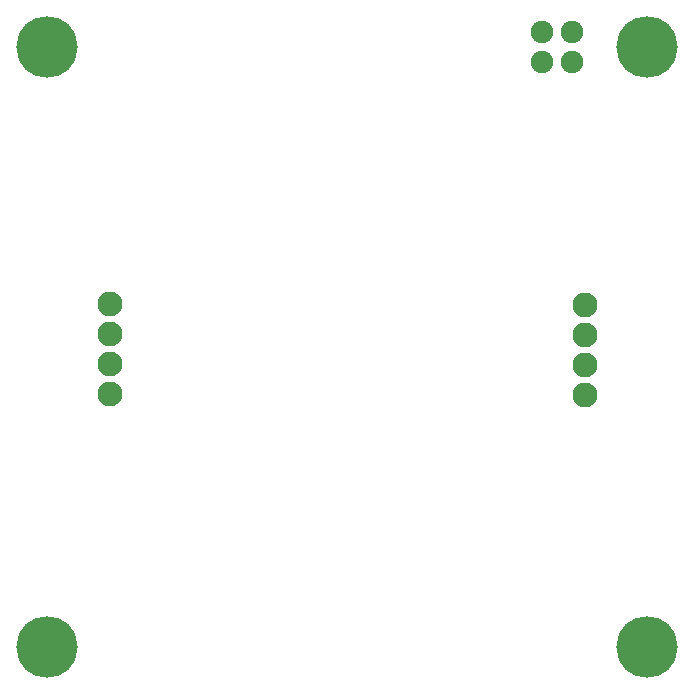
<source format=gbs>
G04 Layer: BottomSolderMaskLayer*
G04 Panelize: , Column: 2, Row: 2, Board Size: 58.42mm x 58.42mm, Panelized Board Size: 118.84mm x 118.84mm*
G04 EasyEDA v6.5.34, 2023-08-21 18:11:39*
G04 f07168d6b74b40acbba529e65b5b2b20,5a6b42c53f6a479593ecc07194224c93,10*
G04 Gerber Generator version 0.2*
G04 Scale: 100 percent, Rotated: No, Reflected: No *
G04 Dimensions in millimeters *
G04 leading zeros omitted , absolute positions ,4 integer and 5 decimal *
%FSLAX45Y45*%
%MOMM*%

%ADD10C,5.2032*%
%ADD11C,1.9016*%
%ADD12C,2.1016*%

%LPD*%
D10*
G01*
X381000Y5461000D03*
G01*
X5461000Y5461000D03*
G01*
X5461000Y381000D03*
G01*
X381000Y381000D03*
D11*
G01*
X4826000Y5588000D03*
G01*
X4826000Y5334000D03*
G01*
X4572000Y5334000D03*
G01*
X4572000Y5588000D03*
D12*
G01*
X4931206Y2512187D03*
G01*
X4931206Y2766187D03*
G01*
X4931206Y3020187D03*
G01*
X4931206Y3274187D03*
G01*
X910818Y2521610D03*
G01*
X910818Y2775610D03*
G01*
X910818Y3029610D03*
G01*
X910818Y3283610D03*
M02*

</source>
